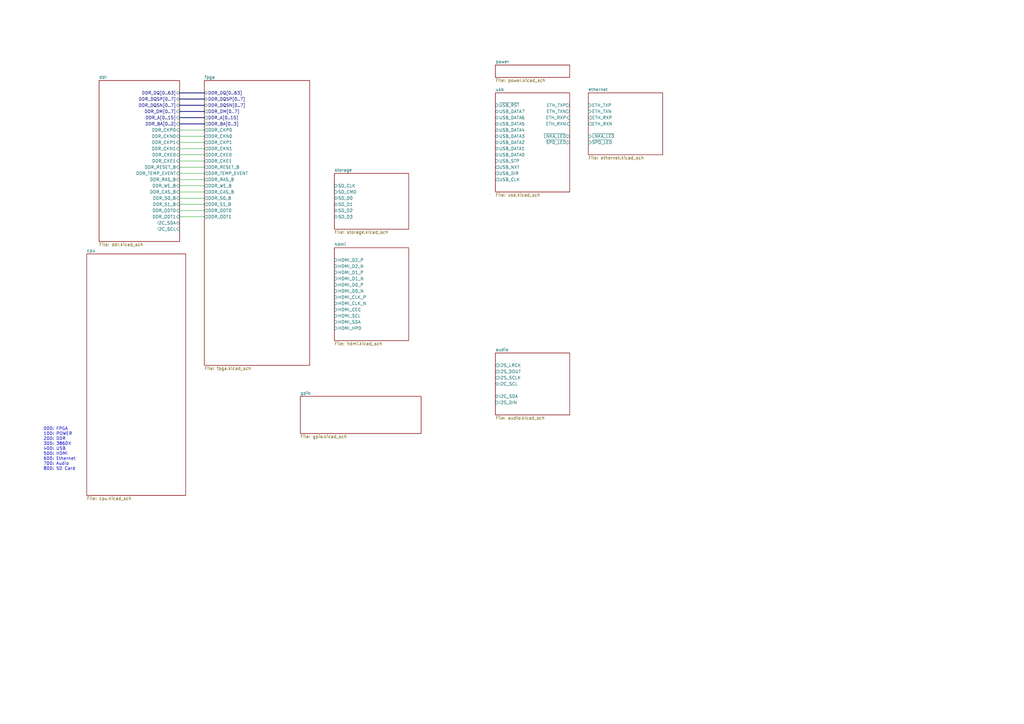
<source format=kicad_sch>
(kicad_sch (version 20210123) (generator eeschema)
  (paper "A3")
  (title_block (title "Dramite") (date "2021-01-22") (rev "R0.1") (company "Wenting Zhang"))
  (lib_symbols)
  (wire (pts (xy 73.66 53.34) (xy 83.82 53.34)))
  (wire (pts (xy 73.66 55.88) (xy 83.82 55.88)))
  (wire (pts (xy 73.66 58.42) (xy 83.82 58.42)))
  (wire (pts (xy 73.66 60.96) (xy 83.82 60.96)))
  (wire (pts (xy 73.66 63.5) (xy 83.82 63.5)))
  (wire (pts (xy 73.66 66.04) (xy 83.82 66.04)))
  (wire (pts (xy 73.66 68.58) (xy 83.82 68.58)))
  (wire (pts (xy 73.66 71.12) (xy 83.82 71.12)))
  (wire (pts (xy 73.66 73.66) (xy 83.82 73.66)))
  (wire (pts (xy 73.66 76.2) (xy 83.82 76.2)))
  (wire (pts (xy 73.66 78.74) (xy 83.82 78.74)))
  (wire (pts (xy 73.66 81.28) (xy 83.82 81.28)))
  (wire (pts (xy 73.66 83.82) (xy 83.82 83.82)))
  (wire (pts (xy 73.66 86.36) (xy 83.82 86.36)))
  (wire (pts (xy 73.66 88.9) (xy 83.82 88.9)))
  (bus (pts (xy 73.66 38.1) (xy 83.82 38.1)))
  (bus (pts (xy 73.66 40.64) (xy 83.82 40.64)))
  (bus (pts (xy 73.66 43.18) (xy 83.82 43.18)))
  (bus (pts (xy 73.66 45.72) (xy 83.82 45.72)))
  (bus (pts (xy 73.66 48.26) (xy 83.82 48.26)))
  (bus (pts (xy 73.66 50.8) (xy 83.82 50.8)))
  (text "000: FPGA\n100: POWER\n200: DDR\n300: 386DX\n400: USB\n500: HDMI\n600: Ethernet\n700: Audio\n800: SD Card" (at 17.78 193.04 0) (effects (font (size 1.27 1.27)) (justify left bottom)))
  (sheet (at 203.2 144.78) (size 30.48 25.4)
    (property "Sheet name" "audio" (at 203.2 144.1445 0) (effects (justify left bottom)))
    (property "Sheet file" "audio.kicad_sch" (at 203.2 170.6885 0) (effects (justify left top)))
    (pin "I2S_LRCK" output (at 203.2 149.86 180))
    (pin "I2S_DOUT" output (at 203.2 152.4 180))
    (pin "I2S_SCLK" output (at 203.2 154.94 180))
    (pin "I2C_SCL" bidirectional (at 203.2 157.48 180))
    (pin "I2C_SDA" bidirectional (at 203.2 162.56 180))
    (pin "I2S_DIN" input (at 203.2 165.1 180))
  )
  (sheet (at 35.56 104.14) (size 40.64 99.06)
    (property "Sheet name" "cpu" (at 35.56 103.5045 0) (effects (justify left bottom)))
    (property "Sheet file" "cpu.kicad_sch" (at 35.56 203.7085 0) (effects (justify left top)))
  )
  (sheet (at 40.64 33.02) (size 33.02 66.04)
    (property "Sheet name" "ddr" (at 40.64 32.3845 0) (effects (justify left bottom)))
    (property "Sheet file" "ddr.kicad_sch" (at 40.64 99.5685 0) (effects (justify left top)))
    (pin "DDR_DQSP[0..7]" bidirectional (at 73.66 40.64 0))
    (pin "DDR_DQ[0..63]" bidirectional (at 73.66 38.1 0))
    (pin "DDR_DQSN[0..7]" bidirectional (at 73.66 43.18 0))
    (pin "DDR_DM[0..7]" input (at 73.66 45.72 0))
    (pin "DDR_A[0..15]" input (at 73.66 48.26 0))
    (pin "DDR_CKP0" input (at 73.66 53.34 0))
    (pin "DDR_CKN0" input (at 73.66 55.88 0))
    (pin "DDR_CKP1" input (at 73.66 58.42 0))
    (pin "DDR_CKN1" input (at 73.66 60.96 0))
    (pin "DDR_CKE1" input (at 73.66 66.04 0))
    (pin "DDR_CKE0" input (at 73.66 63.5 0))
    (pin "DDR_RESET_B" input (at 73.66 68.58 0))
    (pin "DDR_TEMP_EVENT" input (at 73.66 71.12 0))
    (pin "DDR_BA[0..2]" input (at 73.66 50.8 0))
    (pin "DDR_RAS_B" input (at 73.66 73.66 0))
    (pin "DDR_WE_B" input (at 73.66 76.2 0))
    (pin "DDR_CAS_B" input (at 73.66 78.74 0))
    (pin "DDR_S0_B" input (at 73.66 81.28 0))
    (pin "DDR_S1_B" input (at 73.66 83.82 0))
    (pin "DDR_ODT0" input (at 73.66 86.36 0))
    (pin "DDR_ODT1" input (at 73.66 88.9 0))
    (pin "I2C_SDA" bidirectional (at 73.66 91.44 0))
    (pin "I2C_SCL" input (at 73.66 93.98 0))
  )
  (sheet (at 241.3 38.1) (size 30.48 25.4)
    (property "Sheet name" "ethernet" (at 241.3 37.4645 0) (effects (justify left bottom)))
    (property "Sheet file" "ethernet.kicad_sch" (at 241.3 64.0085 0) (effects (justify left top)))
    (pin "ETH_TXN" input (at 241.3 45.72 180))
    (pin "ETH_RXP" output (at 241.3 48.26 180))
    (pin "ETH_TXP" input (at 241.3 43.18 180))
    (pin "ETH_RXN" output (at 241.3 50.8 180))
    (pin "~SPD_LED" input (at 241.3 58.42 180))
    (pin "~LNKA_LED" input (at 241.3 55.88 180))
  )
  (sheet (at 83.82 33.02) (size 43.18 116.84)
    (property "Sheet name" "fpga" (at 83.82 32.3845 0) (effects (justify left bottom)))
    (property "Sheet file" "fpga.kicad_sch" (at 83.82 150.3685 0) (effects (justify left top)))
    (pin "DDR_DQ[0..63]" bidirectional (at 83.82 38.1 180))
    (pin "DDR_DQSP[0..7]" bidirectional (at 83.82 40.64 180))
    (pin "DDR_DQSN[0..7]" bidirectional (at 83.82 43.18 180))
    (pin "DDR_A[0..15]" output (at 83.82 48.26 180))
    (pin "DDR_BA[0..3]" output (at 83.82 50.8 180))
    (pin "DDR_ODT1" output (at 83.82 88.9 180))
    (pin "DDR_ODT0" output (at 83.82 86.36 180))
    (pin "DDR_S1_B" output (at 83.82 83.82 180))
    (pin "DDR_S0_B" output (at 83.82 81.28 180))
    (pin "DDR_CAS_B" output (at 83.82 78.74 180))
    (pin "DDR_RAS_B" output (at 83.82 73.66 180))
    (pin "DDR_WE_B" output (at 83.82 76.2 180))
    (pin "DDR_CKP1" output (at 83.82 58.42 180))
    (pin "DDR_CKN1" output (at 83.82 60.96 180))
    (pin "DDR_CKP0" output (at 83.82 53.34 180))
    (pin "DDR_CKN0" output (at 83.82 55.88 180))
    (pin "DDR_CKE0" output (at 83.82 63.5 180))
    (pin "DDR_CKE1" output (at 83.82 66.04 180))
    (pin "DDR_TEMP_EVENT" output (at 83.82 71.12 180))
    (pin "DDR_RESET_B" output (at 83.82 68.58 180))
    (pin "DDR_DM[0..7]" output (at 83.82 45.72 180))
  )
  (sheet (at 123.19 162.56) (size 49.53 15.24)
    (property "Sheet name" "gpio" (at 123.19 161.9245 0) (effects (justify left bottom)))
    (property "Sheet file" "gpio.kicad_sch" (at 123.19 178.3085 0) (effects (justify left top)))
  )
  (sheet (at 137.16 101.6) (size 30.48 38.1)
    (property "Sheet name" "hdmi" (at 137.16 100.9645 0) (effects (justify left bottom)))
    (property "Sheet file" "hdmi.kicad_sch" (at 137.16 140.2085 0) (effects (justify left top)))
    (pin "HDMI_D2_P" input (at 137.16 106.68 180))
    (pin "HDMI_D2_N" input (at 137.16 109.22 180))
    (pin "HDMI_D1_P" input (at 137.16 111.76 180))
    (pin "HDMI_D1_N" input (at 137.16 114.3 180))
    (pin "HDMI_D0_P" input (at 137.16 116.84 180))
    (pin "HDMI_D0_N" input (at 137.16 119.38 180))
    (pin "HDMI_CLK_P" input (at 137.16 121.92 180))
    (pin "HDMI_CLK_N" input (at 137.16 124.46 180))
    (pin "HDMI_CEC" input (at 137.16 127 180))
    (pin "HDMI_SCL" input (at 137.16 129.54 180))
    (pin "HDMI_SDA" input (at 137.16 132.08 180))
    (pin "HDMI_HPD" input (at 137.16 134.62 180))
  )
  (sheet (at 203.2 26.67) (size 30.48 5.08)
    (property "Sheet name" "power" (at 203.2 26.0345 0) (effects (justify left bottom)))
    (property "Sheet file" "power.kicad_sch" (at 203.2 32.2585 0) (effects (justify left top)))
  )
  (sheet (at 137.16 71.12) (size 30.48 22.86)
    (property "Sheet name" "storage" (at 137.16 70.4845 0) (effects (justify left bottom)))
    (property "Sheet file" "storage.kicad_sch" (at 137.16 94.4885 0) (effects (justify left top)))
    (pin "SD_D3" bidirectional (at 137.16 88.9 180))
    (pin "SD_D0" bidirectional (at 137.16 81.28 180))
    (pin "SD_D1" bidirectional (at 137.16 83.82 180))
    (pin "SD_D2" bidirectional (at 137.16 86.36 180))
    (pin "SD_CMD" input (at 137.16 78.74 180))
    (pin "SD_CLK" input (at 137.16 76.2 180))
  )
  (sheet (at 203.2 38.1) (size 30.48 40.64)
    (property "Sheet name" "usb" (at 203.2 37.4645 0) (effects (justify left bottom)))
    (property "Sheet file" "usb.kicad_sch" (at 203.2 79.2485 0) (effects (justify left top)))
    (pin "~USB_RST" input (at 203.2 43.18 180))
    (pin "USB_DATA7" bidirectional (at 203.2 45.72 180))
    (pin "USB_DATA6" bidirectional (at 203.2 48.26 180))
    (pin "USB_DATA5" bidirectional (at 203.2 50.8 180))
    (pin "USB_DATA4" bidirectional (at 203.2 53.34 180))
    (pin "USB_DATA3" bidirectional (at 203.2 55.88 180))
    (pin "USB_DATA2" bidirectional (at 203.2 58.42 180))
    (pin "USB_DATA0" bidirectional (at 203.2 63.5 180))
    (pin "USB_DATA1" bidirectional (at 203.2 60.96 180))
    (pin "USB_STP" input (at 203.2 66.04 180))
    (pin "USB_NXT" output (at 203.2 68.58 180))
    (pin "USB_DIR" output (at 203.2 71.12 180))
    (pin "USB_CLK" output (at 203.2 73.66 180))
    (pin "~LNKA_LED" output (at 233.68 55.88 0))
    (pin "~SPD_LED" output (at 233.68 58.42 0))
    (pin "ETH_TXP" output (at 233.68 43.18 0))
    (pin "ETH_TXN" output (at 233.68 45.72 0))
    (pin "ETH_RXP" input (at 233.68 48.26 0))
    (pin "ETH_RXN" input (at 233.68 50.8 0))
  )
)
</source>
